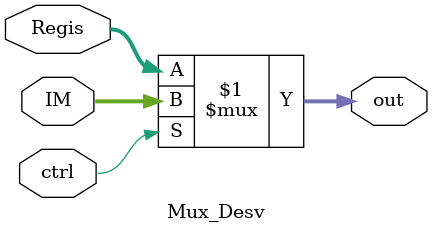
<source format=v>
module Mux_Desv(IM, Regis, ctrl, out);
	// Entradas
	input [31:0] IM; 
	input [31:0] Regis;
	input ctrl;
	
	// Saida
	output [31:0] out;
	
	assign out = ctrl ? IM : Regis;
endmodule
</source>
